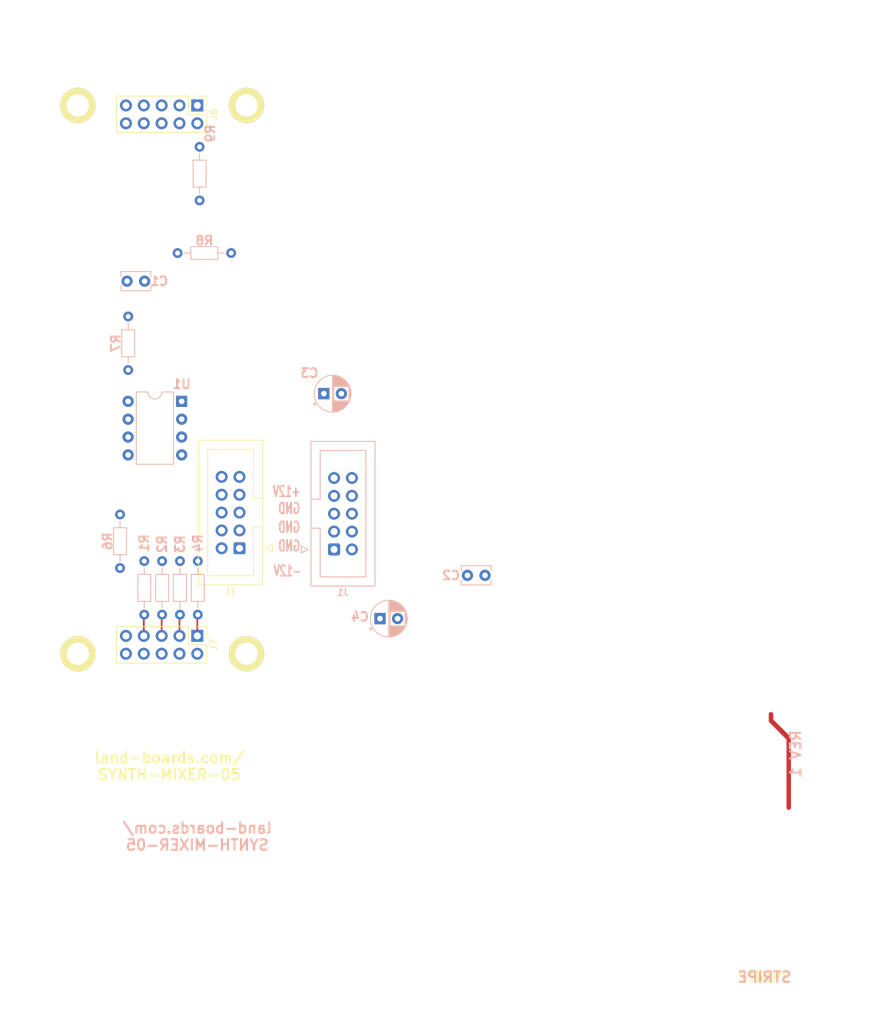
<source format=kicad_pcb>
(kicad_pcb (version 20211014) (generator pcbnew)
  (title_block (title "SYNTH-MIXER-05") (date "2022-09-27") (rev "1") (company "8 HP WIDE"))
  (layers (0 "F.Cu" signal) (31 "B.Cu" signal) (34 "B.Paste" user) (35 "F.Paste" user) (36 "B.SilkS" user "B.Silkscreen") (37 "F.SilkS" user "F.Silkscreen") (38 "B.Mask" user) (39 "F.Mask" user) (44 "Edge.Cuts" user))
  (net 0 "")
  (net 1 "+12V")
  (net 2 "GND")
  (net 3 "-12V")
  (net 4 "/IN1")
  (net 5 "/IN2")
  (net 6 "/IN3")
  (net 7 "/RW4")
  (net 8 "Net-(R1-Pad2)")
  (net 9 "/RW3")
  (net 10 "/RW2")
  (net 11 "/RW1")
  (net 12 "/VOL2")
  (net 13 "Net-(R6-Pad2)")
  (net 14 "/VOL1")
  (net 15 "Net-(R8-Pad2)")
  (net 16 "/IN4")
  (net 17 "/OUT")
  (footprint "LandBoards_MountHoles:MTG-4-40-SMALL" (layer "F.Cu") (at 27 81)
    (fp_text reference "MTG4" hide)
    (fp_text value "MountingHole" hide)
    (pad "1" thru_hole circle locked (at 0 0) (size 5 5) (drill 3.175) (layers *.Cu *.Mask "F.SilkS"))
  )
  (footprint "LandBoards_MountHoles:MTG-4-40-SMALL" (layer "F.Cu") (at 27 3)
    (fp_text reference "MTG1" hide)
    (fp_text value "MountingHole" hide)
    (pad "1" thru_hole circle locked (at 0 0) (size 5 5) (drill 3.175) (layers *.Cu *.Mask "F.SilkS"))
  )
  (footprint "LandBoards_MountHoles:MTG-4-40-SMALL" (layer "F.Cu") (at 3 3)
    (fp_text reference "MTG3" hide)
    (fp_text value "MountingHole" hide)
    (pad "1" thru_hole circle locked (at 0 0) (size 5 5) (drill 3.175) (layers *.Cu *.Mask "F.SilkS"))
  )
  (footprint "Connector_PinHeader_2.54mm:PinHeader_2x05_P2.54mm_Vertical" (layer "F.Cu") (at 20 78.46 -90)
    (fp_text reference "J7" (at 1.27 -2.33 90) (layer "F.SilkS"))
    (fp_text value "Conn_01x10")
    (fp_line (start 1.27 -1.33) (end 3.87 -1.33) (layer "F.SilkS") (width 0.12))
    (fp_line (start -1.33 0) (end -1.33 -1.33) (layer "F.SilkS") (width 0.12))
    (fp_line (start -1.33 -1.33) (end 0 -1.33) (layer "F.SilkS") (width 0.12))
    (fp_line (start -1.33 1.27) (end -1.33 11.49) (layer "F.SilkS") (width 0.12))
    (fp_line (start 1.27 1.27) (end 1.27 -1.33) (layer "F.SilkS") (width 0.12))
    (fp_line (start 3.87 -1.33) (end 3.87 11.49) (layer "F.SilkS") (width 0.12))
    (fp_line (start -1.33 11.49) (end 3.87 11.49) (layer "F.SilkS") (width 0.12))
    (fp_line (start -1.33 1.27) (end 1.27 1.27) (layer "F.SilkS") (width 0.12))
    (pad "1" thru_hole rect (at 0 0 270) (size 1.7 1.7) (drill 1) (layers *.Cu *.Mask) (net 7 "/RW4"))
    (pad "2" thru_hole oval (at 2.54 0 270) (size 1.7 1.7) (drill 1) (layers *.Cu *.Mask) (net 16 "/IN4"))
    (pad "3" thru_hole oval (at 0 2.54 270) (size 1.7 1.7) (drill 1) (layers *.Cu *.Mask) (net 9 "/RW3"))
    (pad "4" thru_hole oval (at 2.54 2.54 270) (size 1.7 1.7) (drill 1) (layers *.Cu *.Mask) (net 6 "/IN3"))
    (pad "5" thru_hole oval (at 0 5.08 270) (size 1.7 1.7) (drill 1) (layers *.Cu *.Mask) (net 10 "/RW2"))
    (pad "6" thru_hole oval (at 2.54 5.08 270) (size 1.7 1.7) (drill 1) (layers *.Cu *.Mask) (net 5 "/IN2"))
    (pad "7" thru_hole oval (at 0 7.62 270) (size 1.7 1.7) (drill 1) (layers *.Cu *.Mask) (net 11 "/RW1"))
    (pad "8" thru_hole oval (at 2.54 7.62 270) (size 1.7 1.7) (drill 1) (layers *.Cu *.Mask) (net 4 "/IN1"))
    (pad "9" thru_hole oval (at 0 10.16 270) (size 1.7 1.7) (drill 1) (layers *.Cu *.Mask) (net 12 "/VOL2"))
    (pad "10" thru_hole oval (at 2.54 10.16 270) (size 1.7 1.7) (drill 1) (layers *.Cu *.Mask) (net 14 "/VOL1"))
  )
  (footprint "Connector_IDC:IDC-Header_2x05_P2.54mm_Vertical" (layer "F.Cu") (at 26 66 180)
    (fp_text reference "J1" (at 1.27 -6.1 180) (layer "F.SilkS"))
    (fp_text value "Conn_02x05")
    (fp_line (start -3.68 0) (end -4.68 -0.5) (layer "F.SilkS") (width 0.12))
    (fp_line (start -4.68 0.5) (end -3.68 0) (layer "F.SilkS") (width 0.12))
    (fp_line (start -1.98 3.03) (end -1.98 -3.91) (layer "F.SilkS") (width 0.12))
    (fp_line (start -3.29 3.03) (end -1.98 3.03) (layer "F.SilkS") (width 0.12))
    (fp_line (start 5.83 15.37) (end -3.29 15.37) (layer "F.SilkS") (width 0.12))
    (fp_line (start -1.98 -3.91) (end 4.52 -3.91) (layer "F.SilkS") (width 0.12))
    (fp_line (start 5.83 -5.21) (end 5.83 15.37) (layer "F.SilkS") (width 0.12))
    (fp_line (start 4.52 14.07) (end -1.98 14.07) (layer "F.SilkS") (width 0.12))
    (fp_line (start -4.68 -0.5) (end -4.68 0.5) (layer "F.SilkS") (width 0.12))
    (fp_line (start -3.29 -5.21) (end 5.83 -5.21) (layer "F.SilkS") (width 0.12))
    (fp_line (start -1.98 7.13) (end -3.29 7.13) (layer "F.SilkS") (width 0.12))
    (fp_line (start 4.52 -3.91) (end 4.52 14.07) (layer "F.SilkS") (width 0.12))
    (fp_line (start -1.98 7.13) (end -1.98 7.13) (layer "F.SilkS") (width 0.12))
    (fp_line (start -1.98 14.07) (end -1.98 7.13) (layer "F.SilkS") (width 0.12))
    (fp_line (start -3.29 15.37) (end -3.29 -5.21) (layer "F.SilkS") (width 0.12))
    (pad "1" thru_hole roundrect (at 0 0 180) (size 1.7 1.7) (drill 1) (layers *.Cu *.Mask) (roundrect_rratio 0.147059) (net 1 "+12V"))
    (pad "2" thru_hole circle (at 2.54 0 180) (size 1.7 1.7) (drill 1) (layers *.Cu *.Mask) (net 1 "+12V"))
    (pad "3" thru_hole circle (at 0 2.54 180) (size 1.7 1.7) (drill 1) (layers *.Cu *.Mask) (net 2 "GND"))
    (pad "4" thru_hole circle (at 2.54 2.54 180) (size 1.7 1.7) (drill 1) (layers *.Cu *.Mask) (net 2 "GND"))
    (pad "5" thru_hole circle (at 0 5.08 180) (size 1.7 1.7) (drill 1) (layers *.Cu *.Mask) (net 2 "GND"))
    (pad "6" thru_hole circle (at 2.54 5.08 180) (size 1.7 1.7) (drill 1) (layers *.Cu *.Mask) (net 2 "GND"))
    (pad "7" thru_hole circle (at 0 7.62 180) (size 1.7 1.7) (drill 1) (layers *.Cu *.Mask) (net 2 "GND"))
    (pad "8" thru_hole circle (at 2.54 7.62 180) (size 1.7 1.7) (drill 1) (layers *.Cu *.Mask) (net 2 "GND"))
    (pad "9" thru_hole circle (at 0 10.16 180) (size 1.7 1.7) (drill 1) (layers *.Cu *.Mask) (net 3 "-12V"))
    (pad "10" thru_hole circle (at 2.54 10.16 180) (size 1.7 1.7) (drill 1) (layers *.Cu *.Mask) (net 3 "-12V"))
  )
  (footprint "LandBoards_MountHoles:MTG-4-40-SMALL" (layer "F.Cu") (at 3 81)
    (fp_text reference "MTG2" hide)
    (fp_text value "MountingHole" hide)
    (pad "1" thru_hole circle locked (at 0 0) (size 5 5) (drill 3.175) (layers *.Cu *.Mask "F.SilkS"))
  )
  (footprint "Connector_PinHeader_2.54mm:PinHeader_2x05_P2.54mm_Vertical" (layer "F.Cu") (at 20 3 -90)
    (fp_text reference "J6" (at 1.27 -2.33 90) (layer "F.SilkS"))
    (fp_text value "Conn_01x10")
    (fp_line (start 3.87 -1.33) (end 3.87 11.49) (layer "F.SilkS") (width 0.12))
    (fp_line (start -1.33 1.27) (end 1.27 1.27) (layer "F.SilkS") (width 0.12))
    (fp_line (start 1.27 1.27) (end 1.27 -1.33) (layer "F.SilkS") (width 0.12))
    (fp_line (start -1.33 1.27) (end -1.33 11.49) (layer "F.SilkS") (width 0.12))
    (fp_line (start 1.27 -1.33) (end 3.87 -1.33) (layer "F.SilkS") (width 0.12))
    (fp_line (start -1.33 0) (end -1.33 -1.33) (layer "F.SilkS") (width 0.12))
    (fp_line (start -1.33 -1.33) (end 0 -1.33) (layer "F.SilkS") (width 0.12))
    (fp_line (start -1.33 11.49) (end 3.87 11.49) (layer "F.SilkS") (width 0.12))
    (pad "1" thru_hole rect (at 0 0 270) (size 1.7 1.7) (drill 1) (layers *.Cu *.Mask) (net 2 "GND"))
    (pad "2" thru_hole oval (at 2.54 0 270) (size 1.7 1.7) (drill 1) (layers *.Cu *.Mask) (net 17 "/OUT"))
    (pad "3" thru_hole oval (at 0 2.54 270) (size 1.7 1.7) (drill 1) (layers *.Cu *.Mask) (net 2 "GND"))
    (pad "4" thru_hole oval (at 2.54 2.54 270) (size 1.7 1.7) (drill 1) (layers *.Cu *.Mask) (net 4 "/IN1"))
    (pad "5" thru_hole oval (at 0 5.08 270) (size 1.7 1.7) (drill 1) (layers *.Cu *.Mask) (net 2 "GND"))
    (pad "6" thru_hole oval (at 2.54 5.08 270) (size 1.7 1.7) (drill 1) (layers *.Cu *.Mask) (net 5 "/IN2"))
    (pad "7" thru_hole oval (at 0 7.62 270) (size 1.7 1.7) (drill 1) (layers *.Cu *.Mask) (net 2 "GND"))
    (pad "8" thru_hole oval (at 2.54 7.62 270) (size 1.7 1.7) (drill 1) (layers *.Cu *.Mask) (net 6 "/IN3"))
    (pad "9" thru_hole oval (at 0 10.16 270) (size 1.7 1.7) (drill 1) (layers *.Cu *.Mask) (net 2 "GND"))
    (pad "10" thru_hole oval (at 2.54 10.16 270) (size 1.7 1.7) (drill 1) (layers *.Cu *.Mask) (net 16 "/IN4"))
  )
  (footprint "Capacitor_THT:C_Rect_L4.0mm_W2.5mm_P2.50mm" (layer "B.Cu") (at 60.94 69.85 180)
    (fp_text reference "C2" (at 4.826 0) (layer "B.SilkS") (effects (font (size 1.27 1.27) (thickness 0.2794)) (justify mirror)))
    (fp_text value "0.1uF")
    (fp_line (start 3.37 1.37) (end 3.37 0.665) (layer "B.SilkS") (width 0.12))
    (fp_line (start -0.87 -0.665) (end -0.87 -1.37) (layer "B.SilkS") (width 0.12))
    (fp_line (start 3.37 -0.665) (end 3.37 -1.37) (layer "B.SilkS") (width 0.12))
    (fp_line (start -0.87 -1.37) (end 3.37 -1.37) (layer "B.SilkS") (width 0.12))
    (fp_line (start -0.87 1.37) (end 3.37 1.37) (layer "B.SilkS") (width 0.12))
    (fp_line (start -0.87 1.37) (end -0.87 0.665) (layer "B.SilkS") (width 0.12))
    (pad "1" thru_hole circle (at 0 0 180) (size 1.6 1.6) (drill 0.8) (layers *.Cu *.Mask) (net 2 "GND"))
    (pad "2" thru_hole circle (at 2.5 0 180) (size 1.6 1.6) (drill 0.8) (layers *.Cu *.Mask) (net 3 "-12V"))
  )
  (footprint "Connector_IDC:IDC-Header_2x05_P2.54mm_Vertical" (layer "B.Cu") (at 39.46 66.16)
    (fp_text reference "J1" (at 1.27 6.1) (layer "B.SilkS") (effects (justify mirror)))
    (fp_text value "Conn_02x05")
    (fp_line (start 5.83 -15.37) (end -3.29 -15.37) (layer "B.SilkS") (width 0.12))
    (fp_line (start -3.29 5.21) (end 5.83 5.21) (layer "B.SilkS") (width 0.12))
    (fp_line (start -1.98 -7.13) (end -3.29 -7.13) (layer "B.SilkS") (width 0.12))
    (fp_line (start 4.52 3.91) (end 4.52 -14.07) (layer "B.SilkS") (width 0.12))
    (fp_line (start -4.68 -0.5) (end -3.68 0) (layer "B.SilkS") (width 0.12))
    (fp_line (start -1.98 -14.07) (end -1.98 -7.13) (layer "B.SilkS") (width 0.12))
    (fp_line (start -4.68 0.5) (end -4.68 -0.5) (layer "B.SilkS") (width 0.12))
    (fp_line (start -3.29 -3.03) (end -1.98 -3.03) (layer "B.SilkS") (width 0.12))
    (fp_line (start -1.98 -3.03) (end -1.98 3.91) (layer "B.SilkS") (width 0.12))
    (fp_line (start -1.98 3.91) (end 4.52 3.91) (layer "B.SilkS") (width 0.12))
    (fp_line (start 5.83 5.21) (end 5.83 -15.37) (layer "B.SilkS") (width 0.12))
    (fp_line (start -3.29 -15.37) (end -3.29 5.21) (layer "B.SilkS") (width 0.12))
    (fp_line (start -1.98 -7.13) (end -1.98 -7.13) (layer "B.SilkS") (width 0.12))
    (fp_line (start -3.68 0) (end -4.68 0.5) (layer "B.SilkS") (width 0.12))
    (fp_line (start 4.52 -14.07) (end -1.98 -14.07) (layer "B.SilkS") (width 0.12))
    (pad "1" thru_hole roundrect (at 0 0) (size 1.7 1.7) (drill 1) (layers *.Cu *.Mask) (roundrect_rratio 0.1470588235) (net 1 "+12V"))
    (pad "2" thru_hole circle (at 2.54 0) (size 1.7 1.7) (drill 1) (layers *.Cu *.Mask) (net 1 "+12V"))
    (pad "3" thru_hole circle (at 0 -2.54) (size 1.7 1.7) (drill 1) (layers *.Cu *.Mask) (net 2 "GND"))
    (pad "4" thru_hole circle (at 2.54 -2.54) (size 1.7 1.7) (drill 1) (layers *.Cu *.Mask) (net 2 "GND"))
    (pad "5" thru_hole circle (at 0 -5.08) (size 1.7 1.7) (drill 1) (layers *.Cu *.Mask) (net 2 "GND"))
    (pad "6" thru_hole circle (at 2.54 -5.08) (size 1.7 1.7) (drill 1) (layers *.Cu *.Mask) (net 2 "GND"))
    (pad "7" thru_hole circle (at 0 -7.62) (size 1.7 1.7) (drill 1) (layers *.Cu *.Mask) (net 2 "GND"))
    (pad "8" thru_hole circle (at 2.54 -7.62) (size 1.7 1.7) (drill 1) (layers *.Cu *.Mask) (net 2 "GND"))
    (pad "9" thru_hole circle (at 0 -10.16) (size 1.7 1.7) (drill 1) (layers *.Cu *.Mask) (net 3 "-12V"))
    (pad "10" thru_hole circle (at 2.54 -10.16) (size 1.7 1.7) (drill 1) (layers *.Cu *.Mask) (net 3 "-12V"))
  )
  (footprint "Resistor_THT:R_Axial_DIN0204_L3.6mm_D1.6mm_P7.62mm_Horizontal" (layer "B.Cu") (at 17.526 75.438 90)
    (fp_text reference "R3" (at 10.025 0 90) (layer "B.SilkS") (effects (font (size 1.27 1.27) (thickness 0.2794)) (justify mirror)))
    (fp_text value "100K")
    (fp_line (start 1.89 0.92) (end 1.89 -0.92) (layer "B.SilkS") (width 0.12))
    (fp_line (start 1.89 -0.92) (end 5.73 -0.92) (layer "B.SilkS") (width 0.12))
    (fp_line (start 6.68 0) (end 5.73 0) (layer "B.SilkS") (width 0.12))
    (fp_line (start 5.73 0.92) (end 1.89 0.92) (layer "B.SilkS") (width 0.12))
    (fp_line (start 0.94 0) (end 1.89 0) (layer "B.SilkS") (width 0.12))
    (fp_line (start 5.73 -0.92) (end 5.73 0.92) (layer "B.SilkS") (width 0.12))
    (pad "1" thru_hole circle (at 0 0 90) (size 1.4 1.4) (drill 0.7) (layers *.Cu *.Mask) (net 9 "/RW3"))
    (pad "2" thru_hole oval (at 7.62 0 90) (size 1.4 1.4) (drill 0.7) (layers *.Cu *.Mask) (net 8 "Net-(R1-Pad2)"))
  )
  (footprint "Resistor_THT:R_Axial_DIN0204_L3.6mm_D1.6mm_P7.62mm_Horizontal" (layer "B.Cu") (at 17.19 24)
    (fp_text reference "R8" (at 3.81 -1.778) (layer "B.SilkS") (effects (font (size 1.27 1.27) (thickness 0.2794)) (justify mirror)))
    (fp_text value "4.7K")
    (fp_line (start 5.73 0.92) (end 1.89 0.92) (layer "B.SilkS") (width 0.12))
    (fp_line (start 6.68 0) (end 5.73 0) (layer "B.SilkS") (width 0.12))
    (fp_line (start 0.94 0) (end 1.89 0) (layer "B.SilkS") (width 0.12))
    (fp_line (start 1.89 0.92) (end 1.89 -0.92) (layer "B.SilkS") (width 0.12))
    (fp_line (start 1.89 -0.92) (end 5.73 -0.92) (layer "B.SilkS") (width 0.12))
    (fp_line (start 5.73 -0.92) (end 5.73 0.92) (layer "B.SilkS") (width 0.12))
    (pad "1" thru_hole circle (at 0 0) (size 1.4 1.4) (drill 0.7) (layers *.Cu *.Mask) (net 14 "/VOL1"))
    (pad "2" thru_hole oval (at 7.62 0) (size 1.4 1.4) (drill 0.7) (layers *.Cu *.Mask) (net 15 "Net-(R8-Pad2)"))
  )
  (footprint "Resistor_THT:R_Axial_DIN0204_L3.6mm_D1.6mm_P7.62mm_Horizontal" (layer "B.Cu") (at 14.986 75.438 90)
    (fp_text reference "R2" (at 10.025 0 90) (layer "B.SilkS") (effects (font (size 1.27 1.27) (thickness 0.2794)) (justify mirror)))
    (fp_text value "100K")
    (fp_line (start 0.94 0) (end 1.89 0) (layer "B.SilkS") (width 0.12))
    (fp_line (start 5.73 0.92) (end 1.89 0.92) (layer "B.SilkS") (width 0.12))
    (fp_line (start 1.89 -0.92) (end 5.73 -0.92) (layer "B.SilkS") (width 0.12))
    (fp_line (start 5.73 -0.92) (end 5.73 0.92) (layer "B.SilkS") (width 0.12))
    (fp_line (start 6.68 0) (end 5.73 0) (layer "B.SilkS") (width 0.12))
    (fp_line (start 1.89 0.92) (end 1.89 -0.92) (layer "B.SilkS") (width 0.12))
    (pad "1" thru_hole circle (at 0 0 90) (size 1.4 1.4) (drill 0.7) (layers *.Cu *.Mask) (net 10 "/RW2"))
    (pad "2" thru_hole oval (at 7.62 0 90) (size 1.4 1.4) (drill 0.7) (layers *.Cu *.Mask) (net 8 "Net-(R1-Pad2)"))
  )
  (footprint "Resistor_THT:R_Axial_DIN0204_L3.6mm_D1.6mm_P7.62mm_Horizontal" (layer "B.Cu") (at 20.066 75.438 90)
    (fp_text reference "R4" (at 10.16 0 90) (layer "B.SilkS") (effects (font (size 1.27 1.27) (thickness 0.2794)) (justify mirror)))
    (fp_text value "100K")
    (fp_line (start 0.94 0) (end 1.89 0) (layer "B.SilkS") (width 0.12))
    (fp_line (start 5.73 0.92) (end 1.89 0.92) (layer "B.SilkS") (width 0.12))
    (fp_line (start 1.89 0.92) (end 1.89 -0.92) (layer "B.SilkS") (width 0.12))
    (fp_line (start 5.73 -0.92) (end 5.73 0.92) (layer "B.SilkS") (width 0.12))
    (fp_line (start 6.68 0) (end 5.73 0) (layer "B.SilkS") (width 0.12))
    (fp_line (start 1.89 -0.92) (end 5.73 -0.92) (layer "B.SilkS") (width 0.12))
    (pad "1" thru_hole circle (at 0 0 90) (size 1.4 1.4) (drill 0.7) (layers *.Cu *.Mask) (net 7 "/RW4"))
    (pad "2" thru_hole oval (at 7.62 0 90) (size 1.4 1.4) (drill 0.7) (layers *.Cu *.Mask) (net 8 "Net-(R1-Pad2)"))
  )
  (footprint "Resistor_THT:R_Axial_DIN0204_L3.6mm_D1.6mm_P7.62mm_Horizontal" (layer "B.Cu") (at 20.32 16.51 90)
    (fp_text reference "R9" (at 9.525 1.524 90) (layer "B.SilkS") (effects (font (size 1.27 1.27) (thickness 0.2794)) (justify mirror)))
    (fp_text value "1K")
    (fp_line (start 5.73 -0.92) (end 5.73 0.92) (layer "B.SilkS") (width 0.12))
    (fp_line (start 1.89 0.92) (end 1.89 -0.92) (layer "B.SilkS") (width 0.12))
    (fp_line (start 1.89 -0.92) (end 5.73 -0.92) (layer "B.SilkS") (width 0.12))
    (fp_line (start 0.94 0) (end 1.89 0) (layer "B.SilkS") (width 0.12))
    (fp_line (start 5.73 0.92) (end 1.89 0.92) (layer "B.SilkS") (width 0.12))
    (fp_line (start 6.68 0) (end 5.73 0) (layer "B.SilkS") (width 0.12))
    (pad "1" thru_hole circle (at 0 0 90) (size 1.4 1.4) (drill 0.7) (layers *.Cu *.Mask) (net 15 "Net-(R8-Pad2)"))
    (pad "2" thru_hole oval (at 7.62 0 90) (size 1.4 1.4) (drill 0.7) (layers *.Cu *.Mask) (net 17 "/OUT"))
  )
  (footprint "Capacitor_THT:C_Rect_L4.0mm_W2.5mm_P2.50mm" (layer "B.Cu") (at 10 28)
    (fp_text reference "C1" (at 4.572 0) (layer "B.SilkS") (effects (font (size 1.27 1.27) (thickness 0.2794)) (justify mirror)))
    (fp_text value "0.1uF")
    (fp_line (start -0.87 -0.665) (end -0.87 -1.37) (layer "B.SilkS") (width 0.12))
    (fp_line (start -0.87 1.37) (end 3.37 1.37) (layer "B.SilkS") (width 0.12))
    (fp_line (start 3.37 1.37) (end 3.37 0.665) (layer "B.SilkS") (width 0.12))
    (fp_line (start -0.87 1.37) (end -0.87 0.665) (layer "B.SilkS") (width 0.12))
    (fp_line (start -0.87 -1.37) (end 3.37 -1.37) (layer "B.SilkS") (width 0.12))
    (fp_line (start 3.37 -0.665) (end 3.37 -1.37) (layer "B.SilkS") (width 0.12))
    (pad "1" thru_hole circle (at 0 0) (size 1.6 1.6) (drill 0.8) (layers *.Cu *.Mask) (net 1 "+12V"))
    (pad "2" thru_hole circle (at 2.5 0) (size 1.6 1.6) (drill 0.8) (layers *.Cu *.Mask) (net 2 "GND"))
  )
  (footprint "Resistor_THT:R_Axial_DIN0204_L3.6mm_D1.6mm_P7.62mm_Horizontal" (layer "B.Cu") (at 9 61.19 -90)
    (fp_text reference "R6" (at 3.81 1.778 -270) (layer "B.SilkS") (effects (font (size 1.27 1.27) (thickness 0.2794)) (justify mirror)))
    (fp_text value "100K")
    (fp_line (start 6.68 0) (end 5.73 0) (layer "B.SilkS") (width 0.12))
    (fp_line (start 5.73 0.92) (end 1.89 0.92) (layer "B.SilkS") (width 0.12))
    (fp_line (start 5.73 -0.92) (end 5.73 0.92) (layer "B.SilkS") (width 0.12))
    (fp_line (start 1.89 0.92) (end 1.89 -0.92) (layer "B.SilkS") (width 0.12))
    (fp_line (start 1.89 -0.92) (end 5.73 -0.92) (layer "B.SilkS") (width 0.12))
    (fp_line (start 0.94 0) (end 1.89 0) (layer "B.SilkS") (width 0.12))
    (pad "1" thru_hole circle (at 0 0 270) (size 1.4 1.4) (drill 0.7) (layers *.Cu *.Mask) (net 8 "Net-(R1-Pad2)"))
    (pad "2" thru_hole oval (at 7.62 0 270) (size 1.4 1.4) (drill 0.7) (layers *.Cu *.Mask) (net 13 "Net-(R6-Pad2)"))
  )
  (footprint "Package_DIP:DIP-8_W7.62mm" (layer "B.Cu") (at 17.77 45.095 180)
    (fp_text reference "U1" (at -0.01 2.45) (layer "B.SilkS") (effects (font (size 1.27 1.27) (thickness 0.2794)) (justify mirror)))
    (fp_text value "TL072")
    (fp_line (start 6.46 -8.95) (end 6.46 1.33) (layer "B.SilkS") (width 0.12))
    (fp_line (start 1.16 -8.95) (end 6.46 -8.95) (layer "B.SilkS") (width 0.12))
    (fp_line (start 1.16 1.33) (end 1.16 -8.95) (layer "B.SilkS") (width 0.12))
    (fp_line (start 6.46 1.33) (end 4.81 1.33) (layer "B.SilkS") (width 0.12))
    (fp_line (start 2.81 1.33) (end 1.16 1.33) (layer "B.SilkS") (width 0.12))
    (fp_arc (start 2.81 1.33) (mid 3.81 0.33) (end 4.81 1.33) (layer "B.SilkS") (width 0.12))
    (pad "1" thru_hole rect (at 0 0 180) (size 1.6 1.6) (drill 0.8) (layers *.Cu *.Mask) (net 13 "Net-(R6-Pad2)"))
    (pad "2" thru_hole oval (at 0 -2.54 180) (size 1.6 1.6) (drill 0.8) (layers *.Cu *.Mask) (net 8 "Net-(R1-Pad2)"))
    (pad "3" thru_hole oval (at 0 -5.08 180) (size 1.6 1.6) (drill 0.8) (layers *.Cu *.Mask) (net 2 "GND"))
    (pad "4" thru_hole oval (at 0 -7.62 180) (size 1.6 1.6) (drill 0.8) (layers *.Cu *.Mask) (net 3 "-12V"))
    (pad "5" thru_hole oval (at 7.62 -7.62 180) (size 1.6 1.6) (drill 0.8) (layers *.Cu *.Mask) (net 2 "GND"))
    (pad "6" thru_hole oval (at 7.62 -5.08 180) (size 1.6 1.6) (drill 0.8) (layers *.Cu *.Mask) (net 12 "/VOL2"))
    (pad "7" thru_hole oval (at 7.62 -2.54 180) (size 1.6 1.6) (drill 0.8) (layers *.Cu *.Mask) (net 15 "Net-(R8-Pad2)"))
    (pad "8" thru_hole oval (at 7.62 0 180) (size 1.6 1.6) (drill 0.8) (layers *.Cu *.Mask) (net 1 "+12V"))
  )
  (footprint "Capacitor_THT:CP_Radial_D5.0mm_P2.50mm" (layer "B.Cu") (at 38 44)
    (fp_text reference "C3" (at -2.032 -2.921) (layer "B.SilkS") (effects (font (size 1.27 1.27) (thickness 0.2794)) (justify mirror)))
    (fp_text value "10uF")
    (fp_line (start 3.211 1.699) (end 3.211 1.04) (layer "B.SilkS") (width 0.12))
    (fp_line (start 2.171 -1.04) (end 2.171 -2.414) (layer "B.SilkS") (width 0.12))
    (fp_line (start 1.25 2.58) (end 1.25 -2.58) (layer "B.SilkS") (width 0.12))
    (fp_line (start 3.331 -1.04) (end 3.331 -1.554) (layer "B.SilkS") (width 0.12))
    (fp_line (start 1.85 2.511) (end 1.85 1.04) (layer "B.SilkS") (width 0.12))
    (fp_line (start 1.57 2.561) (end 1.57 1.04) (layer "B.SilkS") (width 0.12))
    (fp_line (start 2.531 2.247) (end 2.531 1.04) (layer "B.SilkS") (width 0.12))
    (fp_line (start 3.171 1.743) (end 3.171 1.04) (layer "B.SilkS") (width 0.12))
    (fp_line (start 1.65 -1.04) (end 1.65 -2.55) (layer "B.SilkS") (width 0.12))
    (fp_line (start 3.371 1.5) (end 3.371 1.04) (layer "B.SilkS") (width 0.12))
    (fp_line (start 2.691 2.149) (end 2.691 1.04) (layer "B.SilkS") (width 0.12))
    (fp_line (start 3.451 1.383) (end 3.451 1.04) (layer "B.SilkS") (width 0.12))
    (fp_line (start 3.411 -1.04) (end 3.411 -1.443) (layer "B.SilkS") (width 0.12))
    (fp_line (start 3.131 1.785) (end 3.131 1.04) (layer "B.SilkS") (width 0.12))
    (fp_line (start 2.651 -1.04) (end 2.651 -2.175) (layer "B.SilkS") (width 0.12))
    (fp_line (start 3.051 -1.04) (end 3.051 -1.864) (layer "B.SilkS") (width 0.12))
    (fp_line (start 1.69 -1.04) (end 1.69 -2.543) (layer "B.SilkS") (width 0.12))
    (fp_line (start 2.331 -1.04) (end 2.331 -2.348) (layer "B.SilkS") (width 0.12))
    (fp_line (start 3.251 -1.04) (end 3.251 -1.653) (layer "B.SilkS") (width 0.12))
    (fp_line (start 3.091 -1.04) (end 3.091 -1.826) (layer "B.SilkS") (width 0.12))
    (fp_line (start 3.411 1.443) (end 3.411 1.04) (layer "B.SilkS") (width 0.12))
    (fp_line (start 1.73 -1.04) (end 1.73 -2.536) (layer "B.SilkS") (width 0.12))
    (fp_line (start 2.771 2.095) (end 2.771 1.04) (layer "B.SilkS") (width 0.12))
    (fp_line (start 2.531 -1.04) (end 2.531 -2.247) (layer "B.SilkS") (width 0.12))
    (fp_line (start 2.571 -1.04) (end 2.571 -2.224) (layer "B.SilkS") (width 0.12))
    (fp_line (start 2.051 -1.04) (end 2.051 -2.455) (layer "B.SilkS") (width 0.12))
    (fp_line (start 2.731 2.122) (end 2.731 1.04) (layer "B.SilkS") (width 0.12))
    (fp_line (start 2.891 -1.04) (end 2.891 -2.004) (layer "B.SilkS") (width 0.12))
    (fp_line (start 1.81 -1.04) (end 1.81 -2.52) (layer "B.SilkS") (width 0.12))
    (fp_line (start 2.811 -1.04) (end 2.811 -2.065) (layer "B.SilkS") (width 0.12))
    (fp_line (start 3.131 -1.04) (end 3.131 -1.785) (layer "B.SilkS") (width 0.12))
    (fp_line (start 2.851 -1.04) (end 2.851 -2.035) (layer "B.SilkS") (width 0.12))
    (fp_line (start 2.091 -1.04) (end 2.091 -2.442) (layer "B.SilkS") (width 0.12))
    (fp_line (start 1.41 2.576) (end 1.41 -2.576) (layer "B.SilkS") (width 0.12))
    (fp_line (start 3.051 1.864) (end 3.051 1.04) (layer "B.SilkS") (width 0.12))
    (fp_line (start 3.691 0.915) (end 3.691 -0.915) (layer "B.SilkS") (width 0.12))
    (fp_line (start 1.61 -1.04) (end 1.61 -2.556) (layer "B.SilkS") (width 0.12))
    (fp_line (start 2.971 -1.04) (end 2.971 -1.937) (layer "B.SilkS") (width 0.12))
    (fp_line (start 2.611 2.2) (end 2.611 1.04) (layer "B.SilkS") (width 0.12))
    (fp_line (start 2.251 -1.04) (end 2.251 -2.382) (layer "B.SilkS") (width 0.12))
    (fp_line (start -1.304775 1.725) (end -1.304775 1.225) (layer "B.SilkS") (width 0.12))
    (fp_line (start 2.491 2.268) (end 2.491 1.04) (layer "B.SilkS") (width 0.12))
    (fp_line (start 2.131 2.428) (end 2.131 1.04) (layer "B.SilkS") (width 0.12))
    (fp_line (start 2.131 -1.04) (end 2.131 -2.428) (layer "B.SilkS") (width 0.12))
    (fp_line (start 1.69 2.543) (end 1.69 1.04) (layer "B.SilkS") (width 0.12))
    (fp_line (start 3.211 -1.04) (end 3.211 -1.699) (layer "B.SilkS") (width 0.12))
    (fp_line (start 2.291 2.365) (end 2.291 1.04) (layer "B.SilkS") (width 0.12))
    (fp_line (start 2.971 1.937) (end 2.971 1.04) (layer "B.SilkS") (width 0.12))
    (fp_line (start 2.051 2.455) (end 2.051 1.04) (layer "B.SilkS") (width 0.12))
    (fp_line (start 1.77 -1.04) (end 1.77 -2.528) (layer "B.SilkS") (width 0.12))
    (fp_line (start 3.291 -1.04) (end 3.291 -1.605) (layer "B.SilkS") (width 0.12))
    (fp_line (start 3.611 1.098) (end 3.611 -1.098) (layer "B.SilkS") (width 0.12))
    (fp_line (start 1.57 -1.04) (end 1.57 -2.561) (layer "B.SilkS") (width 0.12))
    (fp_line (start 1.49 -1.04) (end 1.49 -2.569) (layer "B.SilkS") (width 0.12))
    (fp_line (start 2.571 2.224) (end 2.571 1.04) (layer "B.SilkS") (width 0.12))
    (fp_line (start 2.451 2.29) (end 2.451 1.04) (layer "B.SilkS") (width 0.12))
    (fp_line (start 2.931 1.971) (end 2.931 1.04) (layer "B.SilkS") (width 0.12))
    (fp_line (start 3.011 1.901) (end 3.011 1.04) (layer "B.SilkS") (width 0.12))
    (fp_line (start 2.811 2.065) (end 2.811 1.04) (layer "B.SilkS") (width 0.12))
    (fp_line (start 2.411 2.31) (end 2.411 1.04) (layer "B.SilkS") (width 0.12))
    (fp_line (start 3.331 1.554) (end 3.331 1.04) (layer "B.SilkS") (width 0.12))
    (fp_line (start 2.291 -1.04) (end 2.291 -2.365) (layer "B.SilkS") (width 0.12))
    (fp_line (start 3.851 0.284) (end 3.851 -0.284) (layer "B.SilkS") (width 0.12))
    (fp_line (start 3.571 1.178) (end 3.571 -1.178) (layer "B.SilkS") (width 0.12))
    (fp_line (start 1.81 2.52) (end 1.81 1.04) (layer "B.SilkS") (width 0.12))
    (fp_line (start 2.371 -1.04) (end 2.371 -2.329) (layer "B.SilkS") (width 0.12))
    (fp_line (start 2.611 -1.04) (end 2.611 -2.2) (layer "B.SilkS") (width 0.12))
    (fp_line (start 2.251 2.382) (end 2.251 1.04) (layer "B.SilkS") (width 0.12))
    (fp_line (start 2.371 2.329) (end 2.371 1.04) (layer "B.SilkS") (width 0.12))
    (fp_line (start 2.771 -1.04) (end 2.771 -2.095) (layer "B.SilkS") (width 0.12))
    (fp_line (start 2.651 2.175) (end 2.651 1.04) (layer "B.SilkS") (width 0.12))
    (fp_line (start 1.37 2.578) (end 1.37 -2.578) (layer "B.SilkS") (width 0.12))
    (fp_line (start 2.211 -1.04) (end 2.211 -2.398) (layer "B.SilkS") (width 0.12))
    (fp_line (start 2.171 2.414) (end 2.171 1.04) (layer "B.SilkS") (width 0.12))
    (fp_line (start 2.731 -1.04) (end 2.731 -2.122) (layer "B.SilkS") (width 0.12))
    (fp_line (start 3.771 0.677) (end 3.771 -0.677) (layer "B.SilkS") (width 0.12))
    (fp_line (start 2.331 2.348) (end 2.331 1.04) (layer "B.SilkS") (width 0.12))
    (fp_line (start 1.29 2.58) (end 1.29 -2.58) (layer "B.SilkS") (width 0.12))
    (fp_line (start 3.811 0.518) (end 3.811 -0.518) (layer "B.SilkS") (width 0.12))
    (fp_line (start 1.33 2.579) (end 1.33 -2.579) (layer "B.SilkS") (width 0.12))
    (fp_line (start 1.89 -1.04) (end 1.89 -2.501) (layer "B.SilkS") (width 0.12))
    (fp_line (start 1.971 -1.04) (end 1.971 -2.48) (layer "B.SilkS") (width 0.12))
    (fp_line (start 3.491 1.319) (end 3.491 1.04) (layer "B.SilkS") (width 0.12))
    (fp_line (start 2.491 -1.04) (end 2.491 -2.268) (layer "B.SilkS") (width 0.12))
    (fp_line (start -1.554775 1.475) (end -1.054775 1.475) (layer "B.SilkS") (width 0.12))
    (fp_line (start 2.211 2.398) (end 2.211 1.04) (layer "B.SilkS") (width 0.12))
    (fp_line (start 3.251 1.653) (end 3.251 1.04) (layer "B.SilkS") (width 0.12))
    (fp_line (start 3.531 -1.04) (end 3.531 -1.251) (layer "B.SilkS") (width 0.12))
    (fp_line (start 1.49 2.569) (end 1.49 1.04) (layer "B.SilkS") (width 0.12))
    (fp_line (start 2.851 2.035) (end 2.851 1.04) (layer "B.SilkS") (width 0.12))
    (fp_line (start 3.091 1.826) (end 3.091 1.04) (layer "B.SilkS") (width 0.12))
    (fp_line (start 3.531 1.251) (end 3.531 1.04) (layer "B.SilkS") (width 0.12))
    (fp_line (start 1.73 2.536) (end 1.73 1.04) (layer "B.SilkS") (width 0.12))
    (fp_line (start 3.651 1.011) (end 3.651 -1.011) (layer "B.SilkS") (width 0.12))
    (fp_line (start 1.93 2.491) (end 1.93 1.04) (layer "B.SilkS") (width 0.12))
    (fp_line (start 3.491 -1.04) (end 3.491 -1.319) (layer "B.SilkS") (width 0.12))
    (fp_line (start 2.891 2.004) (end 2.891 1.04) (layer "B.SilkS") (width 0.12))
    (fp_line (start 1.53 -1.04) (end 1.53 -2.565) (layer "B.SilkS") (width 0.12))
    (fp_line (start 2.931 -1.04) (end 2.931 -1.971) (layer "B.SilkS") (width 0.12))
    (fp_line (start 1.53 2.565) (end 1.53 1.04) (layer "B.SilkS") (width 0.12))
    (fp_line (start 1.89 2.501) (end 1.89 1.04) (layer "B.SilkS") (width 0.12))
    (fp_line (start 3.171 -1.04) (end 3.171 -1.743) (layer "B.SilkS") (width 0.12))
    (fp_line (start 3.731 0.805) (end 3.731 -0.805) (layer "B.SilkS") (width 0.12))
    (fp_line (start 1.45 2.573) (end 1.45 -2.573) (layer "B.SilkS") (width 0.12))
    (fp_line (start 1.61 2.556) (end 1.61 1.04) (layer "B.SilkS") (width 0.12))
    (fp_line (start 3.291 1.605) (end 3.291 1.04) (layer "B.SilkS") (width 0.12))
    (fp_line (start 2.091 2.442) (end 2.091 1.04) (layer "B.SilkS") (width 0.12))
    (fp_line (start 3.451 -1.04) (end 3.451 -1.383) (layer "B.SilkS") (width 0.12))
    (fp_line (start 2.011 2.468) (end 2.011 1.04) (layer "B.SilkS") (width 0.12))
    (fp_line (start 2.411 -1.04) (end 2.411 -2.31) (layer "B.SilkS") (width 0.12))
    (fp_line (start 3.011 -1.04) (end 3.011 -1.901) (layer "B.SilkS") (width 0.12))
    (fp_line (start 2.691 -1.04) (end 2.691 -2.149) (layer "B.SilkS") (width 0.12))
    (fp_line (start 1.77 2.528) (end 1.77 1.04) (layer "B.SilkS") (width 0.12))
    (fp_line (start 1.93 -1.04) (end 1.93 -2.491) (layer "B.SilkS") (width 0.12))
    (fp_line (start 1.971 2.48) (end 1.971 1.04) (layer "B.SilkS") (width 0.12))
    (fp_line (start 1.65 2.55) (end 1.65 1.04) (layer "B.SilkS") (width 0.12))
    (fp_line (start 1.85 -1.04) (end 1.85 -2.511) (layer "B.SilkS") (width 0.12))
    (fp_line (start 3.371 -1.04) (end 3.371 -1.5) (layer "B.SilkS") (width 0.12))
    (fp_line (start 2.011 -1.04) (end 2.011 -2.468) (layer "B.SilkS") (width 0.12))
    (fp_line (start 2.451 -1.04) (end 2.451 -2.29) (layer "B.SilkS") (width 0.12))
    (fp_circle (center 1.25 0) (end 3.87 0) (layer "B.SilkS") (width 0.12) (fill none))
    (pad "1" thru_hole rect (at 0 0) (size 1.6 1.6) (drill 0.8) (layers *.Cu *.Mask) (net 1 "+12V"))
    (pad "2" thru_hole circle (at 2.5 0) (size 1.6 1.6) (drill 0.8) (layers *.Cu *.Mask) (net 2 "GND"))
  )
  (footprint "Resistor_THT:R_Axial_DIN0204_L3.6mm_D1.6mm_P7.62mm_Horizontal" (layer "B.Cu") (at 10.16 33.02 -90)
    (fp_text reference "R7" (at 3.81 1.778 -270) (layer "B.SilkS") (effects (font (size 1.27 1.27) (thickness 0.2794)) (justify mirror)))
    (fp_text value "22K")
    (fp_line (start 1.89 0.92) (end 1.89 -0.92) (layer "B.SilkS") (width 0.12))
    (fp_line (start 5.73 -0.92) (end 5.73 0.92) (layer "B.SilkS") (width 0.12))
    (fp_line (start 6.68 0) (end 5.73 0) (layer "B.SilkS") (width 0.12))
    (fp_line (start 0.94 0) (end 1.89 0) (layer "B.SilkS") (width 0.12))
    (fp_line (start 5.73 0.92) (end 1.89 0.92) (layer "B.SilkS") (width 0.12))
    (fp_line (start 1.89 -0.92) (end 5.73 -0.92) (layer "B.SilkS") (width 0.12))
    (pad "1" thru_hole circle (at 0 0 270) (size 1.4 1.4) (drill 0.7) (layers *.Cu *.Mask) (net 13 "Net-(R6-Pad2)"))
    (pad "2" thru_hole oval (at 7.62 0 270) (size 1.4 1.4) (drill 0.7) (layers *.Cu *.Mask) (net 12 "/VOL2"))
  )
  (footprint "Capacitor_THT:CP_Radial_D5.0mm_P2.50mm" (layer "B.Cu") (at 46 76)
    (fp_text reference "C4" (at -2.858888 -0.254) (layer "B.SilkS") (effects (font (size 1.27 1.27) (thickness 0.2794)) (justify mirror)))
    (fp_text value "10uF")
    (fp_line (start 3.091 -1.04) (end 3.091 -1.826) (layer "B.SilkS") (width 0.12))
    (fp_line (start 2.011 2.468) (end 2.011 1.04) (layer "B.SilkS") (width 0.12))
    (fp_line (start 3.091 1.826) (end 3.091 1.04) (layer "B.SilkS") (width 0.12))
    (fp_line (start 3.131 1.785) (end 3.131 1.04) (layer "B.SilkS") (width 0.12))
    (fp_line (start 3.531 1.251) (end 3.531 1.04) (layer "B.SilkS") (width 0.12))
    (fp_line (start 3.291 -1.04) (end 3.291 -1.605) (layer "B.SilkS") (width 0.12))
    (fp_line (start 2.411 2.31) (end 2.411 1.04) (layer "B.SilkS") (width 0.12))
    (fp_line (start 3.011 1.901) (end 3.011 1.04) (layer "B.SilkS") (width 0.12))
    (fp_line (start 2.531 -1.04) (end 2.531 -2.247) (layer "B.SilkS") (width 0.12))
    (fp_line (start 2.451 -1.04) (end 2.451 -2.29) (layer "B.SilkS") (width 0.12))
    (fp_line (start 2.331 -1.04) (end 2.331 -2.348) (layer "B.SilkS") (width 0.12))
    (fp_line (start -1.304775 1.725) (end -1.304775 1.225) (layer "B.SilkS") (width 0.12))
    (fp_line (start 2.931 1.971) (end 2.931 1.04) (layer "B.SilkS") (width 0.12))
    (fp_line (start 1.61 2.556) (end 1.61 1.04) (layer "B.SilkS") (width 0.12))
    (fp_line (start 2.691 2.149) (end 2.691 1.04) (layer "B.SilkS") (width 0.12))
    (fp_line (start 3.411 1.443) (end 3.411 1.04) (layer "B.SilkS") (width 0.12))
    (fp_line (start 2.371 2.329) (end 2.371 1.04) (layer "B.SilkS") (width 0.12))
    (fp_line (start 2.811 2.065) (end 2.811 1.04) (layer "B.SilkS") (width 0.12))
    (fp_line (start 2.131 -1.04) (end 2.131 -2.428) (layer "B.SilkS") (width 0.12))
    (fp_line (start 2.291 2.365) (end 2.291 1.04) (layer "B.SilkS") (width 0.12))
    (fp_line (start 2.971 1.937) (end 2.971 1.04) (layer "B.SilkS") (width 0.12))
    (fp_line (start 3.251 -1.04) (end 3.251 -1.653) (layer "B.SilkS") (width 0.12))
    (fp_line (start 3.491 -1.04) (end 3.491 -1.319) (layer "B.SilkS") (width 0.12))
    (fp_line (start 3.171 1.743) (end 3.171 1.04) (layer "B.SilkS") (width 0.12))
    (fp_line (start 2.171 2.414) (end 2.171 1.04) (layer "B.SilkS") (width 0.12))
    (fp_line (start 2.891 -1.04) (end 2.891 -2.004) (layer "B.SilkS") (width 0.12))
    (fp_line (start 2.571 -1.04) (end 2.571 -2.224) (layer "B.SilkS") (width 0.12))
    (fp_line (start 2.651 2.175) (end 2.651 1.04) (layer "B.SilkS") (width 0.12))
    (fp_line (start 2.491 -1.04) (end 2.491 -2.268) (layer "B.SilkS") (width 0.12))
    (fp_line (start 1.73 2.536) (end 1.73 1.04) (layer "B.SilkS") (width 0.12))
    (fp_line (start 1.85 -1.04) (end 1.85 -2.511) (layer "B.SilkS") (width 0.12))
    (fp_line (start 2.451 2.29) (end 2.451 1.04) (layer "B.SilkS") (width 0.12))
    (fp_line (start 3.451 1.383) (end 3.451 1.04) (layer "B.SilkS") (width 0.12))
    (fp_line (start 2.731 -1.04) (end 2.731 -2.122) (layer "B.SilkS") (width 0.12))
    (fp_line (start -1.554775 1.475) (end -1.054775 1.475) (layer "B.SilkS") (width 0.12))
    (fp_line (start 1.81 2.52) (end 1.81 1.04) (layer "B.SilkS") (width 0.12))
    (fp_line (start 2.291 -1.04) (end 2.291 -2.365) (layer "B.SilkS") (width 0.12))
    (fp_line (start 1.53 2.565) (end 1.53 1.04) (layer "B.SilkS") (width 0.12))
    (fp_line (start 1.61 -1.04) (end 1.61 -2.556) (layer "B.SilkS") (width 0.12))
    (fp_line (start 2.491 2.268) (end 2.491 1.04) (layer "B.SilkS") (width 0.12))
    (fp_line (start 3.131 -1.04) (end 3.131 -1.785) (layer "B.SilkS") (width 0.12))
    (fp_line (start 2.691 -1.04) (end 2.691 -2.149) (layer "B.SilkS") (width 0.12))
    (fp_line (start 2.011 -1.04) (end 2.011 -2.468) (layer "B.SilkS") (width 0.12))
    (fp_line (start 3.051 1.864) (end 3.051 1.04) (layer "B.SilkS") (width 0.12))
    (fp_line (start 3.691 0.915) (end 3.691 -0.915) (layer "B.SilkS") (width 0.12))
    (fp_line (start 1.93 2.491) (end 1.93 1.04) (layer "B.SilkS") (width 0.12))
    (fp_line (start 1.41 2.576) (end 1.41 -2.576) (layer "B.SilkS") (width 0.12))
    (fp_line (start 2.091 2.442) (end 2.091 1.04) (layer "B.SilkS") (width 0.12))
    (fp_line (start 2.811 -1.04) (end 2.811 -2.065) (layer "B.SilkS") (width 0.12))
    (fp_line (start 1.53 -1.04) (end 1.53 -2.565) (layer "B.SilkS") (width 0.12))
    (fp_line (start 3.811 0.518) (end 3.811 -0.518) (layer "B.SilkS") (width 0.12))
    (fp_line (start 3.411 -1.04) (end 3.411 -1.443) (layer "B.SilkS") (width 0.12))
    (fp_line (start 1.93 -1.04) (end 1.93 -2.491) (layer "B.SilkS") (width 0.12))
    (fp_line (start 2.931 -1.04) (end 2.931 -1.971) (layer "B.SilkS") (width 0.12))
    (fp_line (start 2.091 -1.04) (end 2.091 -2.442) (layer "B.SilkS") (width 0.12))
    (fp_line (start 3.211 -1.04) (end 3.211 -1.699) (layer "B.SilkS") (width 0.12))
    (fp_line (start 3.571 1.178) (end 3.571 -1.178) (layer "B.SilkS") (width 0.12))
    (fp_line (start 1.37 2.578) (end 1.37 -2.578) (layer "B.SilkS") (width 0.12))
    (fp_line (start 1.69 -1.04) (end 1.69 -2.543) (layer "B.SilkS") (width 0.12))
    (fp_line (start 2.611 -1.04) (end 2.611 -2.2) (layer "B.SilkS") (width 0.12))
    (fp_line (start 2.891 2.004) (end 2.891 1.04) (layer "B.SilkS") (width 0.12))
    (fp_line (start 1.971 -1.04) (end 1.971 -2.48) (layer "B.SilkS") (width 0.12))
    (fp_line (start 2.331 2.348) (end 2.331 1.04) (layer "B.SilkS") (width 0.12))
    (fp_line (start 3.371 -1.04) (end 3.371 -1.5) (layer "B.SilkS") (width 0.12))
    (fp_line (start 3.331 -1.04) (end 3.331 -1.554) (layer "B.SilkS") (width 0.12))
    (fp_line (start 2.411 -1.04) (end 2.411 -2.31) (layer "B.SilkS") (width 0.12))
    (fp_line (start 1.77 -1.04) (end 1.77 -2.528) (layer "B.SilkS") (width 0.12))
    (fp_line (start 1.77 2.528) (end 1.77 1.04) (layer "B.SilkS") (width 0.12))
    (fp_line (start 3.251 1.653) (end 3.251 1.04) (layer "B.SilkS") (width 0.12))
    (fp_line (start 2.211 -1.04) (end 2.211 -2.398) (layer "B.SilkS") (width 0.12))
    (fp_line (start 2.771 2.095) (end 2.771 1.04) (layer "B.SilkS") (width 0.12))
    (fp_line (start 2.251 2.382) (end 2.251 1.04) (layer "B.SilkS") (width 0.12))
    (fp_line (start 2.771 -1.04) (end 2.771 -2.095) (layer "B.SilkS") (width 0.12))
    (fp_line (start 1.57 2.561) (end 1.57 1.04) (layer "B.SilkS") (width 0.12))
    (fp_line (start 3.291 1.605) (end 3.291 1.04) (layer "B.SilkS") (width 0.12))
    (fp_line (start 3.771 0.677) (end 3.771 -0.677) (layer "B.SilkS") (width 0.12))
    (fp_line (start 3.011 -1.04) (end 3.011 -1.901) (layer "B.SilkS") (width 0.12))
    (fp_line (start 1.49 -1.04) (end 1.49 -2.569) (layer "B.SilkS") (width 0.12))
    (fp_line (start 3.731 0.805) (end 3.731 -0.805) (layer "B.SilkS") (width 0.12))
    (fp_line (start 2.051 2.455) (end 2.051 1.04) (layer "B.SilkS") (width 0.12))
    (fp_line (start 2.251 -1.04) (end 2.251 -2.382) (layer "B.SilkS") (width 0.12))
    (fp_line (start 2.051 -1.04) (end 2.051 -2.455) (layer "B.SilkS") (width 0.12))
    (fp_line (start 1.57 -1.04) (end 1.57 -2.561) (layer "B.SilkS") (width 0.12))
    (fp_line (start 3.451 -1.04) (end 3.451 -1.383) (layer "B.SilkS") (width 0.12))
    (fp_line (start 3.331 1.554) (end 3.331 1.04) (layer "B.SilkS") (width 0.12))
    (fp_line (start 3.491 1.319) (end 3.491 1.04) (layer "B.SilkS") (width 0.12))
    (fp_line (start 2.571 2.224) (end 2.571 1.04) (layer "B.SilkS") (width 0.12))
    (fp_line (start 3.611 1.098) (end 3.611 -1.098) (layer "B.SilkS") (width 0.12))
    (fp_line (start 3.211 1.699) (end 3.211 1.04) (layer "B.SilkS") (width 0.12))
    (fp_line (start 1.65 -1.04) (end 1.65 -2.55) (layer "B.SilkS") (width 0.12))
    (fp_line (start 3.651 1.011) (end 3.651 -1.011) (layer "B.SilkS") (width 0.12))
    (fp_line (start 1.65 2.55) (end 1.65 1.04) (layer "B.SilkS") (width 0.12))
    (fp_line (start 3.531 -1.04) (end 3.531 -1.251) (layer "B.SilkS") (width 0.12))
    (fp_line (start 3.371 1.5) (end 3.371 1.04) (layer "B.SilkS") (width 0.12))
    (fp_line (start 2.651 -1.04) (end 2.651 -2.175) (layer "B.SilkS") (width 0.12))
    (fp_line (start 2.731 2.122) (end 2.731 1.04) (layer "B.SilkS") (width 0.12))
    (fp_line (start 2.131 2.428) (end 2.131 1.04) (layer "B.SilkS") (width 0.12))
    (fp_line (start 1.49 2.569) (end 1.49 1.04) (layer "B.SilkS") (width 0.12))
    (fp_line (start 2.211 2.398) (end 2.211 1.04) (layer "B.SilkS") (width 0.12))
    (fp_line (start 1.85 2.511) (end 1.85 1.04) (layer "B.SilkS") (width 0.12))
    (fp_line (start 2.851 2.035) (end 2.851 1.04) (layer "B.SilkS") (width 0.12))
    (fp_line (start 1.971 2.48) (end 1.971 1.04) (layer "B.SilkS") (width 0.12))
    (fp_line (start 1.25 2.58) (end 1.25 -2.58) (layer "B.SilkS") (width 0.12))
    (fp_line (start 1.89 2.501) (end 1.89 1.04) (layer "B.SilkS") (width 0.12))
    (fp_line (start 2.851 -1.04) (end 2.851 -2.035) (layer "B.SilkS") (width 0.12))
    (fp_line (start 1.33 2.579) (end 1.33 -2.579) (layer "B.SilkS") (width 0.12))
    (fp_line (start 1.69 2.543) (end 1.69 1.04) (layer "B.SilkS") (width 0.12))
    (fp_line (start 2.171 -1.04) (end 2.171 -2.414) (layer "B.SilkS") (width 0.12))
    (fp_line (start 1.89 -1.04) (end 1.89 -2.501) (layer "B.SilkS") (width 0.12))
    (fp_line (start 1.73 -1.04) (end 1.73 -2.536) (layer "B.SilkS") (width 0.12))
    (fp_line (start 1.29 2.58) (end 1.29 -2.58) (layer "B.SilkS") (width 0.12))
    (fp_line (start 2.531 2.247) (end 2.531 1.04) (layer "B.SilkS") (width 0.12))
    (fp_line (start 2.971 -1.04) (end 2.971 -1.937) (layer "B.SilkS") (width 0.12))
    (fp_line (start 2.371 -1.04) (end 2.371 -2.329) (layer "B.SilkS") (width 0.12))
    (fp_line (start 3.171 -1.04) (end 3.171 -1.743) (layer "B.SilkS") (width 0.12))
    (fp_line (start 3.051 -1.04) (end 3.051 -1.864) (layer "B.SilkS") (width 0.12))
    (fp_line (start 1.45 2.573) (end 1.45 -2.573) (layer "B.SilkS") (width 0.12))
    (fp_line (start 2.611 2.2) (end 2.611 1.04) (layer "B.SilkS") (width 0.12))
    (fp_line (start 3.851 0.284) (end 3.851 -0.284) (layer "B.SilkS") (width 0.12))
    (fp_line (start 1.81 -1.04) (end 1.81 -2.52) (layer "B.SilkS") (width 0.12))
    (fp_circle (center 1.25 0) (end 3.87 0) (layer "B.SilkS") (width 0.12) (fill none))
    (pad "1" thru_hole rect (at 0 0) (size 1.6 1.6) (drill 0.8) (layers *.Cu *.Mask) (net 2 "GND"))
    (pad "2" thru_hole circle (at 2.5 0) (size 1.6 1.6) (drill 0.8) (layers *.Cu *.Mask) (net 3 "-12V"))
  )
  (footprint "Resistor_THT:R_Axial_DIN0204_L3.6mm_D1.6mm_P7.62mm_Horizontal" (layer "B.Cu") (at 12.446 75.438 90)
    (fp_text reference "R1" (at 10.16 0 90) (layer "B.SilkS") (effects (font (size 1.27 1.27) (thickness 0.2794)) (justify mirror)))
    (fp_text value "100K")
    (fp_line (start 5.73 0.92) (end 1.89 0.92) (layer "B.SilkS") (width 0.12))
    (fp_line (start 5.73 -0.92) (end 5.73 0.92) (layer "B.SilkS") (width 0.12))
    (fp_line (start 1.89 0.92) (end 1.89 -0.92) (layer "B.SilkS") (width 0.12))
    (fp_line (start 0.94 0) (end 1.89 0) (layer "B.SilkS") (width 0.12))
    (fp_line (start 6.68 0) (end 5.73 0) (layer "B.SilkS") (width 0.12))
    (fp_line (start 1.89 -0.92) (end 5.73 -0.92) (layer "B.SilkS") (width 0.12))
    (pad "1" thru_hole circle (at 0 0 90) (size 1.4 1.4) (drill 0.7) (layers *.Cu *.Mask) (net 11 "/RW1"))
    (pad "2" thru_hole oval (at 7.62 0 90) (size 1.4 1.4) (drill 0.7) (layers *.Cu *.Mask) (net 8 "Net-(R1-Pad2)"))
  )
  (gr_text "STRIPE" (at 100.711 127) (layer "B.SilkS") (effects (font (size 1.5 1.5) (thickness 0.3)) (justify mirror)))
  (gr_text "GND" (at 34.78 62.993) (layer "B.SilkS") (effects (font (size 1.5 1.016) (thickness 0.254)) (justify left mirror)))
  (gr_text "-12V" (at 34.907 69.216) (layer "B.SilkS") (effects (font (size 1.5 0.9652) (thickness 0.2413)) (justify left mirror)))
  (gr_text "REV 1" (at 105.156 95.25 90) (layer "B.SilkS") (effects (font (size 1.5 1.5) (thickness 0.3)) (justify mirror)))
  (gr_text "land-boards.com/\nSYNTH-MIXER-05" (at 20 107) (layer "B.SilkS") (effects (font (size 1.5 1.5) (thickness 0.3)) (justify mirror)))
  (gr_text "GND" (at 34.78 65.66) (layer "B.SilkS") (effects (font (size 1.5 1.016) (thickness 0.254)) (justify left mirror)))
  (gr_text "GND" (at 34.78 60.326) (layer "B.SilkS") (effects (font (size 1.5 1.016) (thickness 0.254)) (justify left mirror)))
  (gr_text "+12V" (at 34.78 57.913) (layer "B.SilkS") (effects (font (size 1.5 0.9652) (thickness 0.2413)) (justify left mirror)))
  (gr_text "land-boards.com/\nSYNTH-MIXER-05" (at 16 97) (layer "F.SilkS") (effects (font (size 1.5 1.5) (thickness 0.3))))
  (gr_text "STRIPE" (at 100.711 127) (layer "F.SilkS") (effects (font (size 1.5 1.5) (thickness 0.3))))
  (segment (start 104.1 92.67) (end 101.64 90.21) (width 0.254) (layer "F.Cu") (net 3))
  (segment (start 101.64 90.21) (end 101.64 89.622) (width 0.635) (layer "F.Cu") (net 3))
  (segment (start 103.338 92.242) (end 104.1 93.004) (width 0.635) (layer "F.Cu") (net 3))
  (segment (start 101.64 89.622) (end 101.64 90.544) (width 0.635) (layer "F.Cu") (net 3))
  (segment (start 104.164888 93.068888) (end 104.164888 100.33) (width 0.635) (layer "F.Cu") (net 3))
  (segment (start 104.1 102.83) (end 104.1 93.004) (width 0.254) (layer "F.Cu") (net 3))
  (segment (start 104.1 93.004) (end 104.1 92.67) (width 0.254) (layer "F.Cu") (net 3))
  (segment (start 104.164888 100.33) (end 104.164888 102.894888) (width 0.635) (layer "F.Cu") (net 3))
  (segment (start 103.338 92.242) (end 104.164888 93.068888) (width 0.635) (layer "F.Cu") (net 3))
  (segment (start 101.64 90.544) (end 103.338 92.242) (width 0.635) (layer "F.Cu") (net 3))
  (segment (start 20 78.46) (end 20 75.504) (width 0.25) (layer "F.Cu") (net 7))
  (segment (start 20 75.504) (end 20.066 75.438) (width 0.25) (layer "F.Cu") (net 7))
  (segment (start 17.46 78.46) (end 17.46 75.504) (width 0.25) (layer "F.Cu") (net 9))
  (segment (start 17.46 75.504) (end 17.526 75.438) (width 0.25) (layer "F.Cu") (net 9))
  (segment (start 14.92 75.504) (end 14.986 75.438) (width 0.25) (layer "F.Cu") (net 10))
  (segment (start 14.92 78.46) (end 14.92 75.504) (width 0.25) (layer "F.Cu") (net 10))
  (segment (start 12.38 75.504) (end 12.446 75.438) (width 0.25) (layer "F.Cu") (net 11))
  (segment (start 12.38 78.46) (end 12.38 75.504) (width 0.25) (layer "F.Cu") (net 11))
)
</source>
